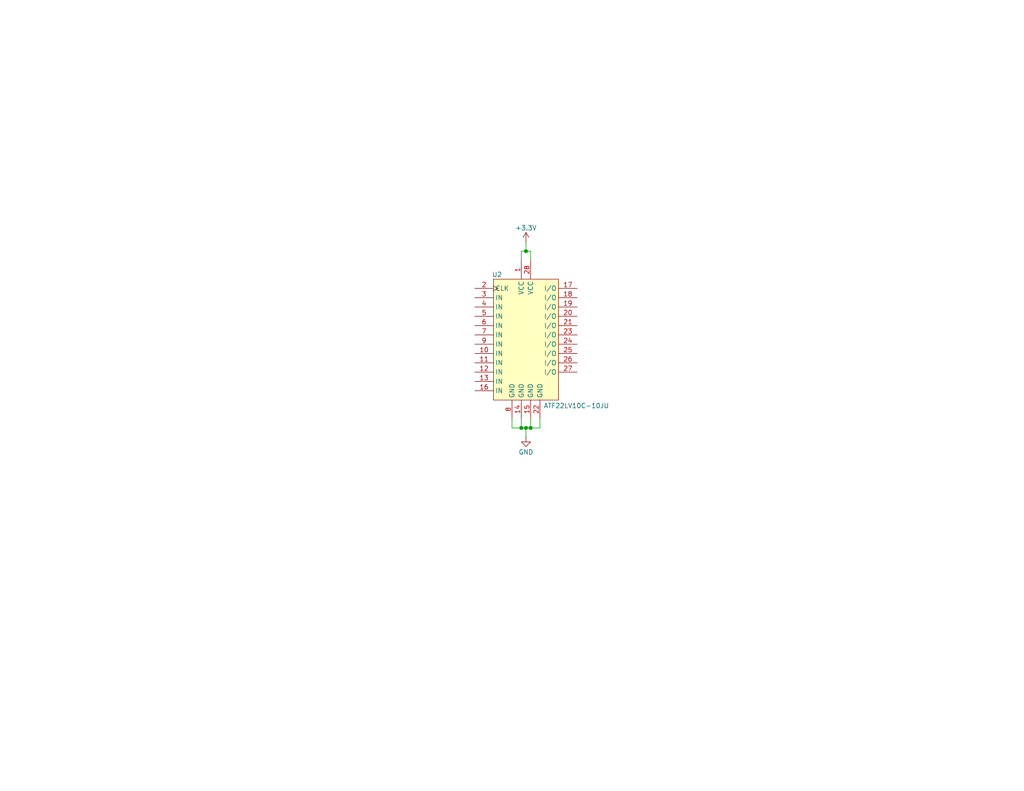
<source format=kicad_sch>
(kicad_sch (version 20231120) (generator "eeschema") (generator_version "8.0")
  (paper "A")
  (title_block (title "Sentinel 65X") (date "2024-05-24") (rev "5") (company "Studio 8502"))
  (lib_symbols
    (symbol "Sentinel 65X - Prototype 4 V2:ATF22LV10C-10JU"
      (property "Reference" "U" (at 0.557 0.7994 0))
      (property "Value" "ATF22LV10C-10JU" (at 10.16 7.62 0))
      (symbol "ATF22LV10C-10JU_1_1"
        (rectangle (start 0 0) (end 17.78 -33.02) (fill (type background)))
        (pin power_in line (at 7.62 5.08 270) (length 5.08) (name "VCC") (number "1"))
        (pin input line (at -5.08 -20.32 0) (length 5.08) (name "IN") (number "10"))
        (pin input line (at -5.08 -22.86 0) (length 5.08) (name "IN") (number "11"))
        (pin input line (at -5.08 -25.4 0) (length 5.08) (name "IN") (number "12"))
        (pin input line (at -5.08 -27.94 0) (length 5.08) (name "IN") (number "13"))
        (pin power_in line (at 7.62 -38.1 90) (length 5.08) (name "GND") (number "14"))
        (pin power_in line (at 10.16 -38.1 90) (length 5.08) (name "GND") (number "15"))
        (pin input line (at -5.08 -30.48 0) (length 5.08) (name "IN") (number "16"))
        (pin bidirectional line (at 22.86 -2.54 180) (length 5.08) (name "I/O") (number "17"))
        (pin bidirectional line (at 22.86 -5.08 180) (length 5.08) (name "I/O") (number "18"))
        (pin bidirectional line (at 22.86 -7.62 180) (length 5.08) (name "I/O") (number "19"))
        (pin input line (at -5.08 -2.54 0) (length 5.08) (name "IN") (number "2") (alternate "CLK" input clock))
        (pin bidirectional line (at 22.86 -10.16 180) (length 5.08) (name "I/O") (number "20"))
        (pin bidirectional line (at 22.86 -12.7 180) (length 5.08) (name "I/O") (number "21"))
        (pin power_in line (at 12.7 -38.1 90) (length 5.08) (name "GND") (number "22"))
        (pin bidirectional line (at 22.86 -15.24 180) (length 5.08) (name "I/O") (number "23"))
        (pin bidirectional line (at 22.86 -17.78 180) (length 5.08) (name "I/O") (number "24"))
        (pin bidirectional line (at 22.86 -20.32 180) (length 5.08) (name "I/O") (number "25"))
        (pin bidirectional line (at 22.86 -22.86 180) (length 5.08) (name "I/O") (number "26"))
        (pin bidirectional line (at 22.86 -25.4 180) (length 5.08) (name "I/O") (number "27"))
        (pin power_in line (at 10.16 5.08 270) (length 5.08) (name "VCC") (number "28"))
        (pin input line (at -5.08 -5.08 0) (length 5.08) (name "IN") (number "3"))
        (pin input line (at -5.08 -7.62 0) (length 5.08) (name "IN") (number "4"))
        (pin input line (at -5.08 -10.16 0) (length 5.08) (name "IN") (number "5"))
        (pin input line (at -5.08 -12.7 0) (length 5.08) (name "IN") (number "6"))
        (pin input line (at -5.08 -15.24 0) (length 5.08) (name "IN") (number "7"))
        (pin power_in line (at 5.08 -38.1 90) (length 5.08) (name "GND") (number "8"))
        (pin input line (at -5.08 -17.78 0) (length 5.08) (name "IN") (number "9"))
      )
    )
    (symbol "power:+3.3V" (power) (pin_numbers hide) (pin_names (offset 0) hide)
      (property "Value" "+3.3V" (at 0 3.556 0))
      (symbol "+3.3V_0_1"
        (polyline (pts (xy -0.762 1.27) (xy 0 2.54)))
        (polyline (pts (xy 0 0) (xy 0 2.54)))
        (polyline (pts (xy 0 2.54) (xy 0.762 1.27)))
      )
      (symbol "+3.3V_1_1"
        (pin power_in line (at 0 0 90) (length 0) (name "~") (number "1"))
      )
    )
    (symbol "power:GND" (power) (pin_numbers hide) (pin_names (offset 0) hide)
      (property "Value" "GND" (at 0 -3.81 0))
      (symbol "GND_0_1"
        (polyline (pts (xy 0 0) (xy 0 -1.27) (xy 1.27 -1.27) (xy 0 -2.54) (xy -1.27 -1.27) (xy 0 -1.27)))
      )
      (symbol "GND_1_1"
        (pin power_in line (at 0 0 270) (length 0) (name "~") (number "1"))
      )
    )
  )
  (junction (at 144.78 116.84))
  (junction (at 143.51 68.58))
  (junction (at 143.51 116.84))
  (junction (at 142.24 116.84))
  (wire (pts (xy 143.51 66.04) (xy 143.51 68.58)))
  (wire (pts (xy 144.78 114.3) (xy 144.78 116.84)))
  (wire (pts (xy 143.51 116.84) (xy 144.78 116.84)))
  (wire (pts (xy 139.7 116.84) (xy 142.24 116.84)))
  (wire (pts (xy 142.24 68.58) (xy 142.24 71.12)))
  (wire (pts (xy 142.24 68.58) (xy 143.51 68.58)))
  (wire (pts (xy 142.24 114.3) (xy 142.24 116.84)))
  (wire (pts (xy 144.78 116.84) (xy 147.32 116.84)))
  (wire (pts (xy 143.51 116.84) (xy 143.51 119.38)))
  (wire (pts (xy 143.51 68.58) (xy 144.78 68.58)))
  (wire (pts (xy 147.32 114.3) (xy 147.32 116.84)))
  (wire (pts (xy 139.7 114.3) (xy 139.7 116.84)))
  (wire (pts (xy 142.24 116.84) (xy 143.51 116.84)))
  (wire (pts (xy 144.78 68.58) (xy 144.78 71.12)))
  (symbol (lib_id "Sentinel 65X - Prototype 4 V2:ATF22LV10C-10JU") (at 134.62 76.2 0) (unit 1)
    (property "Reference" "U2" (at 134.2364 74.9649 0) (effects (justify left)))
    (property "Value" "ATF22LV10C-10JU" (at 148.3307 110.781 0) (effects (justify left)))
    (property "Footprint" "Package_LCC:PLCC-28_SMD-Socket" (effects (hide yes)))
    (property "Datasheet" "https://www.mouser.ca/datasheet/2/268/doc0780-1368986.pdf" (effects (hide yes)))
    (property "Description" " IC & Component Sockets 28 POS. TIN PLATED SMT " (effects (hide yes)))
    (property "Manufacturer" "Mill-Max" (effects (hide yes)))
    (property "MFR.Part #" " 940-44-028-17-400000 " (effects (hide yes)))
    (property "Mouser Part #" " 575-942817" (effects (hide yes)))
    (pin "2" (alternate "CLK"))
  )
  (symbol (lib_id "power:+3.3V") (at 143.51 66.04 0) (unit 1)
    (property "Reference" "#PWR025" (effects (hide yes)))
    (property "Value" "+3.3V" (at 143.51 62.23 0))
    (property "Description" "Power symbol creates a global label with name \"+3.3V\"" (effects (hide yes)))
  )
  (symbol (lib_id "power:GND") (at 143.51 119.38 0) (unit 1)
    (property "Reference" "#PWR024" (effects (hide yes)))
    (property "Value" "GND" (at 143.51 123.444 0))
    (property "Description" "Power symbol creates a global label with name \"GND\" , ground" (effects (hide yes)))
  )
)
</source>
